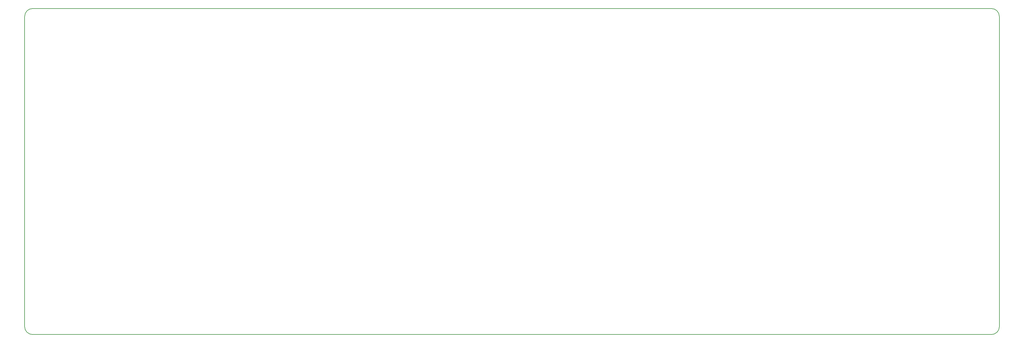
<source format=gm1>
G04 #@! TF.GenerationSoftware,KiCad,Pcbnew,(5.1.6)-1*
G04 #@! TF.CreationDate,2020-07-06T00:16:10-04:00*
G04 #@! TF.ProjectId,ki75rt_PlateBottom,6b693735-7274-45f5-906c-617465426f74,rev?*
G04 #@! TF.SameCoordinates,Original*
G04 #@! TF.FileFunction,Profile,NP*
%FSLAX46Y46*%
G04 Gerber Fmt 4.6, Leading zero omitted, Abs format (unit mm)*
G04 Created by KiCad (PCBNEW (5.1.6)-1) date 2020-07-06 00:16:10*
%MOMM*%
%LPD*%
G01*
G04 APERTURE LIST*
G04 #@! TA.AperFunction,Profile*
%ADD10C,0.150000*%
G04 #@! TD*
G04 APERTURE END LIST*
D10*
X313531250Y-27781250D02*
X29368750Y-27781250D01*
X315912500Y-122237500D02*
X315912500Y-30162500D01*
X29368750Y-124618750D02*
X313531250Y-124618750D01*
X26987500Y-30162500D02*
X26987500Y-122237500D01*
X26987500Y-122237500D02*
G75*
G03*
X29368750Y-124618750I2381250J0D01*
G01*
X313531250Y-124618750D02*
G75*
G03*
X315912500Y-122237500I0J2381250D01*
G01*
X315912500Y-30162500D02*
G75*
G03*
X313531250Y-27781250I-2381250J0D01*
G01*
X29368750Y-27781250D02*
G75*
G03*
X26987500Y-30162500I0J-2381250D01*
G01*
M02*

</source>
